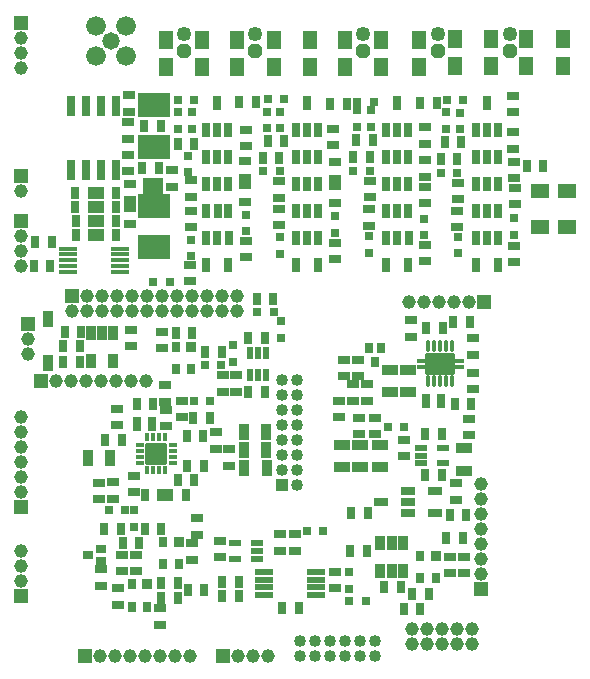
<source format=gbs>
G04 Layer_Color=16711935*
%FSLAX25Y25*%
%MOIN*%
G70*
G01*
G75*
%ADD76C,0.04000*%
%ADD80R,0.04000X0.04000*%
%ADD134R,0.04143X0.02962*%
%ADD140R,0.04222X0.02175*%
%ADD143R,0.02962X0.04143*%
%ADD150R,0.02175X0.04222*%
%ADD160R,0.02568X0.03198*%
%ADD163R,0.03356X0.05718*%
%ADD170R,0.02568X0.02568*%
%ADD171C,0.05800*%
%ADD172C,0.06600*%
%ADD173C,0.04537*%
%ADD174R,0.04537X0.04537*%
%ADD175C,0.04600*%
%ADD176R,0.04600X0.04600*%
%ADD177C,0.04931*%
%ADD178P,0.05337X8X112.5*%
%ADD179R,0.04537X0.04537*%
%ADD181R,0.10836X0.08474*%
%ADD182R,0.06899X0.08080*%
%ADD183R,0.02568X0.02568*%
%ADD184R,0.02962X0.05128*%
%ADD185R,0.02962X0.06702*%
%ADD186R,0.06102X0.01575*%
%ADD187R,0.03356X0.05324*%
%ADD188R,0.06102X0.02165*%
%ADD189R,0.05128X0.02962*%
%ADD190R,0.05718X0.03356*%
%ADD191R,0.03356X0.04537*%
%ADD192R,0.03100X0.04600*%
%ADD193R,0.04537X0.06112*%
%ADD194R,0.06112X0.04537*%
G04:AMPARAMS|DCode=195|XSize=15.84mil|YSize=29.62mil|CornerRadius=4.97mil|HoleSize=0mil|Usage=FLASHONLY|Rotation=180.000|XOffset=0mil|YOffset=0mil|HoleType=Round|Shape=RoundedRectangle|*
%AMROUNDEDRECTD195*
21,1,0.01584,0.01968,0,0,180.0*
21,1,0.00591,0.02962,0,0,180.0*
1,1,0.00994,-0.00295,0.00984*
1,1,0.00994,0.00295,0.00984*
1,1,0.00994,0.00295,-0.00984*
1,1,0.00994,-0.00295,-0.00984*
%
%ADD195ROUNDEDRECTD195*%
G04:AMPARAMS|DCode=196|XSize=15.84mil|YSize=29.62mil|CornerRadius=4.97mil|HoleSize=0mil|Usage=FLASHONLY|Rotation=270.000|XOffset=0mil|YOffset=0mil|HoleType=Round|Shape=RoundedRectangle|*
%AMROUNDEDRECTD196*
21,1,0.01584,0.01968,0,0,270.0*
21,1,0.00591,0.02962,0,0,270.0*
1,1,0.00994,-0.00984,-0.00295*
1,1,0.00994,-0.00984,0.00295*
1,1,0.00994,0.00984,0.00295*
1,1,0.00994,0.00984,-0.00295*
%
%ADD196ROUNDEDRECTD196*%
G04:AMPARAMS|DCode=197|XSize=72.93mil|YSize=72.93mil|CornerRadius=5.01mil|HoleSize=0mil|Usage=FLASHONLY|Rotation=270.000|XOffset=0mil|YOffset=0mil|HoleType=Round|Shape=RoundedRectangle|*
%AMROUNDEDRECTD197*
21,1,0.07293,0.06291,0,0,270.0*
21,1,0.06291,0.07293,0,0,270.0*
1,1,0.01002,-0.03146,-0.03146*
1,1,0.01002,-0.03146,0.03146*
1,1,0.01002,0.03146,0.03146*
1,1,0.01002,0.03146,-0.03146*
%
%ADD197ROUNDEDRECTD197*%
G04:AMPARAMS|DCode=198|XSize=16.54mil|YSize=38.98mil|CornerRadius=4.74mil|HoleSize=0mil|Usage=FLASHONLY|Rotation=0.000|XOffset=0mil|YOffset=0mil|HoleType=Round|Shape=RoundedRectangle|*
%AMROUNDEDRECTD198*
21,1,0.01654,0.02950,0,0,0.0*
21,1,0.00705,0.03898,0,0,0.0*
1,1,0.00948,0.00353,-0.01475*
1,1,0.00948,-0.00353,-0.01475*
1,1,0.00948,-0.00353,0.01475*
1,1,0.00948,0.00353,0.01475*
%
%ADD198ROUNDEDRECTD198*%
G04:AMPARAMS|DCode=199|XSize=70.47mil|YSize=100mil|CornerRadius=4.7mil|HoleSize=0mil|Usage=FLASHONLY|Rotation=90.000|XOffset=0mil|YOffset=0mil|HoleType=Round|Shape=RoundedRectangle|*
%AMROUNDEDRECTD199*
21,1,0.07047,0.09059,0,0,90.0*
21,1,0.06106,0.10000,0,0,90.0*
1,1,0.00941,0.04530,0.03053*
1,1,0.00941,0.04530,-0.03053*
1,1,0.00941,-0.04530,-0.03053*
1,1,0.00941,-0.04530,0.03053*
%
%ADD199ROUNDEDRECTD199*%
%ADD200R,0.03198X0.02568*%
%ADD201R,0.02962X0.03750*%
%ADD202R,0.03750X0.03750*%
%ADD203R,0.03780X0.01702*%
%ADD204R,0.03880X0.01702*%
%ADD205R,0.03980X0.01702*%
%ADD206R,0.03980X0.01702*%
D76*
X108500Y10000D02*
D03*
Y15000D02*
D03*
X103500D02*
D03*
Y10000D02*
D03*
X118500D02*
D03*
Y15000D02*
D03*
X113500D02*
D03*
Y10000D02*
D03*
X123500D02*
D03*
Y15000D02*
D03*
X128500D02*
D03*
Y10000D02*
D03*
X97500Y102000D02*
D03*
X102500D02*
D03*
Y97000D02*
D03*
X97500D02*
D03*
X102500Y67000D02*
D03*
Y72000D02*
D03*
X97500D02*
D03*
Y82000D02*
D03*
X102500D02*
D03*
Y77000D02*
D03*
X97500D02*
D03*
Y92000D02*
D03*
X102500D02*
D03*
Y87000D02*
D03*
X97500D02*
D03*
D80*
Y67000D02*
D03*
D134*
X138100Y82156D02*
D03*
Y76644D02*
D03*
X60900Y171956D02*
D03*
Y166444D02*
D03*
X85500Y185456D02*
D03*
Y179944D02*
D03*
X145100Y141644D02*
D03*
Y147156D02*
D03*
X114600Y185756D02*
D03*
Y180244D02*
D03*
X145100Y186256D02*
D03*
Y180744D02*
D03*
X66800Y140356D02*
D03*
Y134844D02*
D03*
X46400Y191344D02*
D03*
Y196856D02*
D03*
X46300Y187956D02*
D03*
Y182444D02*
D03*
X46200Y177156D02*
D03*
Y171644D02*
D03*
X46900Y167456D02*
D03*
Y161944D02*
D03*
X46800Y159456D02*
D03*
Y153944D02*
D03*
X58400Y94744D02*
D03*
Y100256D02*
D03*
X36500Y67756D02*
D03*
Y62244D02*
D03*
X155500Y62044D02*
D03*
Y67556D02*
D03*
X158100Y43156D02*
D03*
Y37644D02*
D03*
X175100Y166156D02*
D03*
Y160644D02*
D03*
X145300Y169744D02*
D03*
Y175256D02*
D03*
Y166400D02*
D03*
Y160888D02*
D03*
X115200Y166556D02*
D03*
Y161044D02*
D03*
X85200Y169444D02*
D03*
Y174956D02*
D03*
X85300Y166856D02*
D03*
Y161344D02*
D03*
X127000Y168356D02*
D03*
Y162844D02*
D03*
X96700Y168256D02*
D03*
Y162744D02*
D03*
X67100Y168656D02*
D03*
Y163144D02*
D03*
X116600Y95056D02*
D03*
Y89544D02*
D03*
X125800Y95044D02*
D03*
Y100556D02*
D03*
X153400Y43156D02*
D03*
Y37644D02*
D03*
X123200Y83944D02*
D03*
Y89456D02*
D03*
X47300Y113244D02*
D03*
Y118756D02*
D03*
X42600Y86944D02*
D03*
Y92456D02*
D03*
X57500Y112544D02*
D03*
Y118056D02*
D03*
X77800Y103656D02*
D03*
Y98144D02*
D03*
X122800Y108756D02*
D03*
Y103244D02*
D03*
X43000Y32556D02*
D03*
Y27044D02*
D03*
X49000Y43756D02*
D03*
Y38244D02*
D03*
X56900Y25856D02*
D03*
Y20344D02*
D03*
X67700Y47556D02*
D03*
Y42044D02*
D03*
X69300Y50344D02*
D03*
Y55856D02*
D03*
X64200Y89644D02*
D03*
Y95156D02*
D03*
X85500Y148356D02*
D03*
Y142844D02*
D03*
X115300Y147756D02*
D03*
Y142244D02*
D03*
X174900Y146756D02*
D03*
Y141244D02*
D03*
X37100Y33444D02*
D03*
Y38956D02*
D03*
X121300Y95044D02*
D03*
Y100556D02*
D03*
X161300Y98944D02*
D03*
Y104456D02*
D03*
X59000Y92156D02*
D03*
Y86644D02*
D03*
X44100Y43756D02*
D03*
Y38244D02*
D03*
X48200Y70056D02*
D03*
Y64544D02*
D03*
X161300Y110344D02*
D03*
Y115856D02*
D03*
X79800Y78956D02*
D03*
Y73444D02*
D03*
X75500Y84556D02*
D03*
Y79044D02*
D03*
X174400Y191244D02*
D03*
Y196756D02*
D03*
X115080Y32544D02*
D03*
Y38056D02*
D03*
X82300Y98144D02*
D03*
Y103656D02*
D03*
X160000Y89056D02*
D03*
Y83544D02*
D03*
X118200Y103244D02*
D03*
Y108756D02*
D03*
X128400Y89456D02*
D03*
Y83944D02*
D03*
X96400Y159056D02*
D03*
Y153544D02*
D03*
X126700Y158956D02*
D03*
Y153444D02*
D03*
X174400Y184656D02*
D03*
Y179144D02*
D03*
X67300Y158356D02*
D03*
Y152844D02*
D03*
X140700Y116344D02*
D03*
Y121856D02*
D03*
X156100Y167756D02*
D03*
Y162244D02*
D03*
X156000Y158456D02*
D03*
Y152944D02*
D03*
X174800Y169244D02*
D03*
Y174756D02*
D03*
X115200Y169144D02*
D03*
Y174656D02*
D03*
X41200Y67956D02*
D03*
Y62444D02*
D03*
X76800Y48356D02*
D03*
Y42844D02*
D03*
X97000Y50512D02*
D03*
Y45000D02*
D03*
X101900Y45044D02*
D03*
Y50556D02*
D03*
D140*
X143760Y74241D02*
D03*
Y76800D02*
D03*
Y79359D02*
D03*
X151240D02*
D03*
Y74241D02*
D03*
X81760Y47559D02*
D03*
Y42441D02*
D03*
X89240D02*
D03*
Y45000D02*
D03*
Y47559D02*
D03*
D143*
X50944Y172700D02*
D03*
X56456D02*
D03*
X57156Y186700D02*
D03*
X51644D02*
D03*
X96656Y176100D02*
D03*
X91144D02*
D03*
X126756Y176400D02*
D03*
X121244D02*
D03*
X184556Y173300D02*
D03*
X179044D02*
D03*
X149056Y194400D02*
D03*
X143544D02*
D03*
X20356Y140000D02*
D03*
X14844D02*
D03*
X20856Y148100D02*
D03*
X15344D02*
D03*
X91756Y97900D02*
D03*
X86244D02*
D03*
X43756Y52300D02*
D03*
X38244D02*
D03*
X49956Y47600D02*
D03*
X44444D02*
D03*
X57344Y34200D02*
D03*
X62856D02*
D03*
X83156Y29880D02*
D03*
X77644D02*
D03*
X83156Y34780D02*
D03*
X77644D02*
D03*
X153444Y56900D02*
D03*
X158956D02*
D03*
X157756Y49400D02*
D03*
X152244D02*
D03*
X67656Y117600D02*
D03*
X62144D02*
D03*
X89100Y129000D02*
D03*
X94612D02*
D03*
X122344Y181900D02*
D03*
X127856D02*
D03*
X62756Y29300D02*
D03*
X57244D02*
D03*
X140944Y30800D02*
D03*
X146456D02*
D03*
X151744Y181400D02*
D03*
X157256D02*
D03*
X92744Y181600D02*
D03*
X98256D02*
D03*
X62744Y180800D02*
D03*
X68256D02*
D03*
X49084Y93900D02*
D03*
X54596D02*
D03*
X138188Y25744D02*
D03*
X143700D02*
D03*
X65844Y83400D02*
D03*
X71356D02*
D03*
X91756Y116000D02*
D03*
X86244D02*
D03*
X28644Y164500D02*
D03*
X34156D02*
D03*
X28644Y159800D02*
D03*
X34156D02*
D03*
X28744Y155000D02*
D03*
X34256D02*
D03*
X28844Y150300D02*
D03*
X34356D02*
D03*
X154544Y121300D02*
D03*
X160056D02*
D03*
X103056Y26100D02*
D03*
X97544D02*
D03*
X125756Y45100D02*
D03*
X120244D02*
D03*
X44056Y82100D02*
D03*
X38544D02*
D03*
X131544Y32924D02*
D03*
X137056D02*
D03*
X57256Y52200D02*
D03*
X51744D02*
D03*
X67944Y89400D02*
D03*
X73456D02*
D03*
X71944Y111500D02*
D03*
X77456D02*
D03*
X145544Y119300D02*
D03*
X151056D02*
D03*
X51744Y63800D02*
D03*
X57256D02*
D03*
X62844Y68700D02*
D03*
X68356D02*
D03*
X71456Y73300D02*
D03*
X65944D02*
D03*
X59988Y63700D02*
D03*
X65500D02*
D03*
X155956Y175700D02*
D03*
X150444D02*
D03*
X88856Y194600D02*
D03*
X83344D02*
D03*
X30556Y118100D02*
D03*
X25044D02*
D03*
X119056Y194100D02*
D03*
X113544D02*
D03*
X120644Y57600D02*
D03*
X126156D02*
D03*
X24544Y113200D02*
D03*
X30056D02*
D03*
Y108000D02*
D03*
X24544D02*
D03*
X145244Y70247D02*
D03*
X150756D02*
D03*
X71580Y32100D02*
D03*
X66069D02*
D03*
X155044Y94000D02*
D03*
X160556D02*
D03*
X145244Y83900D02*
D03*
X150756D02*
D03*
X42256Y164500D02*
D03*
X36744D02*
D03*
X42356Y159800D02*
D03*
X36844D02*
D03*
X42356Y155000D02*
D03*
X36844D02*
D03*
X42356Y150300D02*
D03*
X36844D02*
D03*
D150*
X92159Y111140D02*
D03*
Y103660D02*
D03*
X89600D02*
D03*
X87041D02*
D03*
Y111140D02*
D03*
X89600D02*
D03*
D160*
X126631Y112544D02*
D03*
X130569D02*
D03*
X128600Y108056D02*
D03*
D163*
X84860Y84600D02*
D03*
X92340D02*
D03*
X84860Y78600D02*
D03*
X92340D02*
D03*
X32860Y76100D02*
D03*
X40340D02*
D03*
X84960Y72600D02*
D03*
X92440D02*
D03*
D170*
X92844Y195600D02*
D03*
X98356D02*
D03*
X62744Y195500D02*
D03*
X68256D02*
D03*
X122544Y194800D02*
D03*
X128056D02*
D03*
X91244Y171600D02*
D03*
X96756D02*
D03*
X121244Y171800D02*
D03*
X126756D02*
D03*
X150444Y171100D02*
D03*
X155956D02*
D03*
X152444Y195500D02*
D03*
X157956D02*
D03*
X60156Y134700D02*
D03*
X54644D02*
D03*
X73556Y94900D02*
D03*
X68044D02*
D03*
X94812Y124700D02*
D03*
X89300D02*
D03*
X77356Y107000D02*
D03*
X71844D02*
D03*
X39744Y58700D02*
D03*
X45256D02*
D03*
X125456Y28500D02*
D03*
X119944D02*
D03*
X132844Y86300D02*
D03*
X138356D02*
D03*
X105744Y51800D02*
D03*
X111256D02*
D03*
D171*
X40500Y215000D02*
D03*
D172*
X45500Y210000D02*
D03*
X35500D02*
D03*
X45500Y220000D02*
D03*
X35500D02*
D03*
D173*
X164000Y67500D02*
D03*
Y62500D02*
D03*
Y57500D02*
D03*
Y52500D02*
D03*
Y47500D02*
D03*
Y42500D02*
D03*
Y37500D02*
D03*
X93000Y10000D02*
D03*
X88000D02*
D03*
X83000D02*
D03*
X10500Y165000D02*
D03*
X161000Y19000D02*
D03*
Y14000D02*
D03*
X141000Y19000D02*
D03*
X146000D02*
D03*
X151000D02*
D03*
X156000D02*
D03*
Y14000D02*
D03*
X146000D02*
D03*
X141000D02*
D03*
X151000D02*
D03*
X10500Y64600D02*
D03*
Y69600D02*
D03*
Y74600D02*
D03*
Y79600D02*
D03*
Y84600D02*
D03*
X10500Y89600D02*
D03*
X22300Y101800D02*
D03*
X27300D02*
D03*
X32300D02*
D03*
X37300D02*
D03*
X42300D02*
D03*
X47300D02*
D03*
X52300D02*
D03*
X12800Y115800D02*
D03*
Y110800D02*
D03*
X10500Y206000D02*
D03*
Y211000D02*
D03*
Y216000D02*
D03*
Y140000D02*
D03*
Y145000D02*
D03*
Y150000D02*
D03*
X140000Y128000D02*
D03*
X145000D02*
D03*
X150000D02*
D03*
X155000D02*
D03*
X160000D02*
D03*
X37000Y10000D02*
D03*
X42000D02*
D03*
X47000D02*
D03*
X52000D02*
D03*
X57000D02*
D03*
X62000D02*
D03*
X67000D02*
D03*
X10500Y45000D02*
D03*
Y40000D02*
D03*
Y35000D02*
D03*
D174*
X164000Y32500D02*
D03*
X10500Y170000D02*
D03*
Y59600D02*
D03*
X12800Y120800D02*
D03*
X10500Y221000D02*
D03*
Y155000D02*
D03*
Y30000D02*
D03*
D175*
X82500Y125000D02*
D03*
Y130000D02*
D03*
X67500D02*
D03*
Y125000D02*
D03*
X62500D02*
D03*
Y130000D02*
D03*
X77500D02*
D03*
Y125000D02*
D03*
X72500D02*
D03*
Y130000D02*
D03*
X47500D02*
D03*
Y125000D02*
D03*
X52500D02*
D03*
Y130000D02*
D03*
X37500D02*
D03*
Y125000D02*
D03*
X42500D02*
D03*
Y130000D02*
D03*
X32500D02*
D03*
Y125000D02*
D03*
X27500D02*
D03*
X57500Y130000D02*
D03*
Y125000D02*
D03*
D176*
X27500Y130000D02*
D03*
D177*
X65000Y217453D02*
D03*
X88500D02*
D03*
X173500D02*
D03*
X149500D02*
D03*
X124500D02*
D03*
D178*
X65000Y211547D02*
D03*
X88500D02*
D03*
X173500D02*
D03*
X149500D02*
D03*
X124500D02*
D03*
D179*
X78000Y10000D02*
D03*
X17300Y101800D02*
D03*
X165000Y128000D02*
D03*
X32000Y10000D02*
D03*
D181*
X54900Y160115D02*
D03*
Y146335D02*
D03*
Y179800D02*
D03*
Y193579D02*
D03*
D182*
X54600Y179600D02*
D03*
Y193773D02*
D03*
Y165427D02*
D03*
D183*
X92600Y191456D02*
D03*
Y185944D02*
D03*
X97000D02*
D03*
Y191456D02*
D03*
X67100Y143244D02*
D03*
Y148756D02*
D03*
X96900Y144144D02*
D03*
Y149656D02*
D03*
X126600Y144344D02*
D03*
Y149856D02*
D03*
X122700Y191856D02*
D03*
Y186344D02*
D03*
X127100D02*
D03*
Y191856D02*
D03*
X66200Y176756D02*
D03*
Y171244D02*
D03*
X156100Y144240D02*
D03*
Y149752D02*
D03*
X62900Y191256D02*
D03*
Y185744D02*
D03*
X67400D02*
D03*
Y191256D02*
D03*
X152300D02*
D03*
Y185744D02*
D03*
X157000Y185644D02*
D03*
Y191156D02*
D03*
X120000Y32444D02*
D03*
Y37956D02*
D03*
X97120Y121656D02*
D03*
Y116144D02*
D03*
X81200Y108144D02*
D03*
Y113656D02*
D03*
X48300Y53144D02*
D03*
Y58656D02*
D03*
X85400Y157156D02*
D03*
Y151644D02*
D03*
X115200Y151088D02*
D03*
Y156600D02*
D03*
X144900Y155800D02*
D03*
Y150288D02*
D03*
X174800Y150444D02*
D03*
Y155956D02*
D03*
D184*
X79640Y176371D02*
D03*
X72160D02*
D03*
X75900Y185229D02*
D03*
X79840Y149371D02*
D03*
X72360D02*
D03*
X76100Y158229D02*
D03*
X79640Y167371D02*
D03*
X72160D02*
D03*
X75900Y176229D02*
D03*
X109640Y149371D02*
D03*
X102160D02*
D03*
X105900Y158229D02*
D03*
X109640Y167371D02*
D03*
X102160D02*
D03*
X105900Y176229D02*
D03*
X109640Y176371D02*
D03*
X102160D02*
D03*
X105900Y185229D02*
D03*
X169640Y167371D02*
D03*
X162160D02*
D03*
X165900Y176229D02*
D03*
X169640Y149371D02*
D03*
X162160D02*
D03*
X165900Y158229D02*
D03*
X169640Y176371D02*
D03*
X162160D02*
D03*
X165900Y185229D02*
D03*
X139740Y149371D02*
D03*
X132260D02*
D03*
X136000Y158229D02*
D03*
X139640Y167371D02*
D03*
X132160D02*
D03*
X135900Y176229D02*
D03*
X139640Y176371D02*
D03*
X132160D02*
D03*
X135900Y185229D02*
D03*
X105900Y149229D02*
D03*
X102160Y140371D02*
D03*
X109640D02*
D03*
X75900Y149229D02*
D03*
X72160Y140371D02*
D03*
X79640D02*
D03*
X165900Y149229D02*
D03*
X162160Y140371D02*
D03*
X169640D02*
D03*
X135900Y149229D02*
D03*
X132160Y140371D02*
D03*
X139640D02*
D03*
X79640Y158371D02*
D03*
X72160D02*
D03*
X75900Y167229D02*
D03*
X109640Y158371D02*
D03*
X102160D02*
D03*
X105900Y167229D02*
D03*
X139640Y158371D02*
D03*
X132160D02*
D03*
X135900Y167229D02*
D03*
X169640Y158371D02*
D03*
X162160D02*
D03*
X165900Y167229D02*
D03*
X79640Y185371D02*
D03*
X72160D02*
D03*
X75900Y194229D02*
D03*
X109640Y185371D02*
D03*
X102160D02*
D03*
X105900Y194229D02*
D03*
X139640Y185371D02*
D03*
X132160D02*
D03*
X135900Y194229D02*
D03*
X169640Y185371D02*
D03*
X162160D02*
D03*
X165900Y194229D02*
D03*
D185*
X27300Y193330D02*
D03*
X32300D02*
D03*
X37300D02*
D03*
X42300D02*
D03*
X27300Y172070D02*
D03*
X32300D02*
D03*
X37300D02*
D03*
X42300D02*
D03*
D186*
X26239Y137963D02*
D03*
Y139931D02*
D03*
Y141900D02*
D03*
Y143869D02*
D03*
Y145837D02*
D03*
X43561Y137963D02*
D03*
Y139931D02*
D03*
Y141900D02*
D03*
Y143869D02*
D03*
Y145837D02*
D03*
D187*
X19700Y107616D02*
D03*
Y122184D02*
D03*
D188*
X108961Y38039D02*
D03*
Y35480D02*
D03*
Y32921D02*
D03*
Y30361D02*
D03*
X91639Y38039D02*
D03*
Y35480D02*
D03*
Y32921D02*
D03*
Y30361D02*
D03*
D189*
X130642Y61260D02*
D03*
X139500Y57520D02*
D03*
Y65000D02*
D03*
X139571Y61300D02*
D03*
X148429Y57560D02*
D03*
Y65040D02*
D03*
D190*
X117400Y80340D02*
D03*
Y72860D02*
D03*
X158300Y71760D02*
D03*
Y79240D02*
D03*
X130200Y80440D02*
D03*
Y72960D02*
D03*
X123700Y80340D02*
D03*
Y72860D02*
D03*
X139600Y105440D02*
D03*
Y97960D02*
D03*
X133600Y105340D02*
D03*
Y97860D02*
D03*
D191*
X33860Y117724D02*
D03*
X37600D02*
D03*
X41340D02*
D03*
X33860Y108276D02*
D03*
X41340D02*
D03*
X134100Y38300D02*
D03*
X137840D02*
D03*
X130360D02*
D03*
X137840Y47749D02*
D03*
X134100D02*
D03*
X130360D02*
D03*
D192*
X150600Y95100D02*
D03*
X145600D02*
D03*
X49200Y87400D02*
D03*
X54200D02*
D03*
D193*
X82500Y215428D02*
D03*
Y206372D02*
D03*
X155100Y206772D02*
D03*
Y215828D02*
D03*
X191100Y206772D02*
D03*
Y215828D02*
D03*
X130600Y215428D02*
D03*
Y206372D02*
D03*
X95000D02*
D03*
Y215428D02*
D03*
X58900Y215328D02*
D03*
Y206272D02*
D03*
X167100Y206772D02*
D03*
Y215828D02*
D03*
X107000Y206372D02*
D03*
Y215428D02*
D03*
X70800D02*
D03*
Y206372D02*
D03*
X179000Y215828D02*
D03*
Y206772D02*
D03*
X118700Y206372D02*
D03*
Y215428D02*
D03*
X143100D02*
D03*
Y206372D02*
D03*
D194*
X192628Y152900D02*
D03*
X183572D02*
D03*
Y165000D02*
D03*
X192628D02*
D03*
D195*
X52694Y82924D02*
D03*
X54663D02*
D03*
X56631D02*
D03*
X58600D02*
D03*
Y71900D02*
D03*
X56631D02*
D03*
X54663D02*
D03*
X52694D02*
D03*
D196*
X61159Y80365D02*
D03*
Y78396D02*
D03*
Y76428D02*
D03*
Y74459D02*
D03*
X50135D02*
D03*
Y76428D02*
D03*
Y78396D02*
D03*
Y80365D02*
D03*
D197*
X55647Y77412D02*
D03*
D198*
X154197Y113202D02*
D03*
X152228D02*
D03*
X150260D02*
D03*
X148291D02*
D03*
X146323D02*
D03*
Y101587D02*
D03*
X148291D02*
D03*
X150260D02*
D03*
X152228D02*
D03*
X154197D02*
D03*
D199*
X150260Y107395D02*
D03*
D200*
X37239Y45768D02*
D03*
Y41831D02*
D03*
X32750Y43800D02*
D03*
D201*
X143641Y35960D02*
D03*
X148759D02*
D03*
X143641Y43440D02*
D03*
X57941Y40560D02*
D03*
X63059D02*
D03*
X57941Y48040D02*
D03*
X47541Y26360D02*
D03*
X52659D02*
D03*
X47541Y33840D02*
D03*
X62141Y105560D02*
D03*
X67259D02*
D03*
X62141Y113040D02*
D03*
D202*
X148759Y43440D02*
D03*
X63059Y48040D02*
D03*
X52659Y33840D02*
D03*
X67259Y113040D02*
D03*
D203*
X144370Y106410D02*
D03*
D204*
X144420Y108379D02*
D03*
D205*
X156050Y108379D02*
D03*
D206*
X156050Y106410D02*
D03*
M02*

</source>
